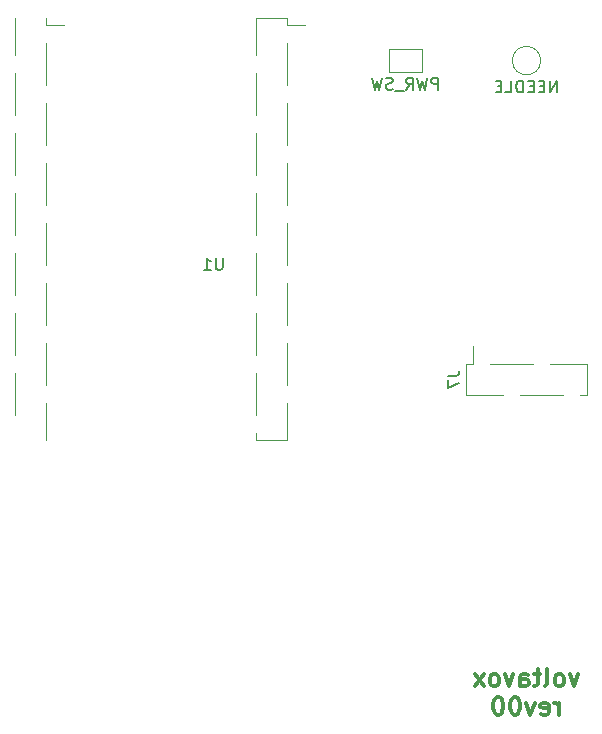
<source format=gbr>
%TF.GenerationSoftware,KiCad,Pcbnew,(6.0.1-0)*%
%TF.CreationDate,2022-09-11T14:38:18-04:00*%
%TF.ProjectId,platter,706c6174-7465-4722-9e6b-696361645f70,rev?*%
%TF.SameCoordinates,Original*%
%TF.FileFunction,Legend,Bot*%
%TF.FilePolarity,Positive*%
%FSLAX46Y46*%
G04 Gerber Fmt 4.6, Leading zero omitted, Abs format (unit mm)*
G04 Created by KiCad (PCBNEW (6.0.1-0)) date 2022-09-11 14:38:18*
%MOMM*%
%LPD*%
G01*
G04 APERTURE LIST*
%ADD10C,0.300000*%
%ADD11C,0.150000*%
%ADD12C,0.120000*%
G04 APERTURE END LIST*
D10*
X67392857Y-73971071D02*
X67035714Y-74971071D01*
X66678571Y-73971071D01*
X65892857Y-74971071D02*
X66035714Y-74899642D01*
X66107142Y-74828214D01*
X66178571Y-74685357D01*
X66178571Y-74256785D01*
X66107142Y-74113928D01*
X66035714Y-74042500D01*
X65892857Y-73971071D01*
X65678571Y-73971071D01*
X65535714Y-74042500D01*
X65464285Y-74113928D01*
X65392857Y-74256785D01*
X65392857Y-74685357D01*
X65464285Y-74828214D01*
X65535714Y-74899642D01*
X65678571Y-74971071D01*
X65892857Y-74971071D01*
X64535714Y-74971071D02*
X64678571Y-74899642D01*
X64750000Y-74756785D01*
X64750000Y-73471071D01*
X64178571Y-73971071D02*
X63607142Y-73971071D01*
X63964285Y-73471071D02*
X63964285Y-74756785D01*
X63892857Y-74899642D01*
X63750000Y-74971071D01*
X63607142Y-74971071D01*
X62464285Y-74971071D02*
X62464285Y-74185357D01*
X62535714Y-74042500D01*
X62678571Y-73971071D01*
X62964285Y-73971071D01*
X63107142Y-74042500D01*
X62464285Y-74899642D02*
X62607142Y-74971071D01*
X62964285Y-74971071D01*
X63107142Y-74899642D01*
X63178571Y-74756785D01*
X63178571Y-74613928D01*
X63107142Y-74471071D01*
X62964285Y-74399642D01*
X62607142Y-74399642D01*
X62464285Y-74328214D01*
X61892857Y-73971071D02*
X61535714Y-74971071D01*
X61178571Y-73971071D01*
X60392857Y-74971071D02*
X60535714Y-74899642D01*
X60607142Y-74828214D01*
X60678571Y-74685357D01*
X60678571Y-74256785D01*
X60607142Y-74113928D01*
X60535714Y-74042500D01*
X60392857Y-73971071D01*
X60178571Y-73971071D01*
X60035714Y-74042500D01*
X59964285Y-74113928D01*
X59892857Y-74256785D01*
X59892857Y-74685357D01*
X59964285Y-74828214D01*
X60035714Y-74899642D01*
X60178571Y-74971071D01*
X60392857Y-74971071D01*
X59392857Y-74971071D02*
X58607142Y-73971071D01*
X59392857Y-73971071D02*
X58607142Y-74971071D01*
X65750000Y-77386071D02*
X65750000Y-76386071D01*
X65750000Y-76671785D02*
X65678571Y-76528928D01*
X65607142Y-76457500D01*
X65464285Y-76386071D01*
X65321428Y-76386071D01*
X64250000Y-77314642D02*
X64392857Y-77386071D01*
X64678571Y-77386071D01*
X64821428Y-77314642D01*
X64892857Y-77171785D01*
X64892857Y-76600357D01*
X64821428Y-76457500D01*
X64678571Y-76386071D01*
X64392857Y-76386071D01*
X64250000Y-76457500D01*
X64178571Y-76600357D01*
X64178571Y-76743214D01*
X64892857Y-76886071D01*
X63678571Y-76386071D02*
X63321428Y-77386071D01*
X62964285Y-76386071D01*
X62107142Y-75886071D02*
X61964285Y-75886071D01*
X61821428Y-75957500D01*
X61750000Y-76028928D01*
X61678571Y-76171785D01*
X61607142Y-76457500D01*
X61607142Y-76814642D01*
X61678571Y-77100357D01*
X61750000Y-77243214D01*
X61821428Y-77314642D01*
X61964285Y-77386071D01*
X62107142Y-77386071D01*
X62250000Y-77314642D01*
X62321428Y-77243214D01*
X62392857Y-77100357D01*
X62464285Y-76814642D01*
X62464285Y-76457500D01*
X62392857Y-76171785D01*
X62321428Y-76028928D01*
X62250000Y-75957500D01*
X62107142Y-75886071D01*
X60678571Y-75886071D02*
X60535714Y-75886071D01*
X60392857Y-75957500D01*
X60321428Y-76028928D01*
X60250000Y-76171785D01*
X60178571Y-76457500D01*
X60178571Y-76814642D01*
X60250000Y-77100357D01*
X60321428Y-77243214D01*
X60392857Y-77314642D01*
X60535714Y-77386071D01*
X60678571Y-77386071D01*
X60821428Y-77314642D01*
X60892857Y-77243214D01*
X60964285Y-77100357D01*
X61035714Y-76814642D01*
X61035714Y-76457500D01*
X60964285Y-76171785D01*
X60892857Y-76028928D01*
X60821428Y-75957500D01*
X60678571Y-75886071D01*
D11*
X65547619Y-24702380D02*
X65547619Y-23702380D01*
X64976190Y-24702380D01*
X64976190Y-23702380D01*
X64500000Y-24178571D02*
X64166666Y-24178571D01*
X64023809Y-24702380D02*
X64500000Y-24702380D01*
X64500000Y-23702380D01*
X64023809Y-23702380D01*
X63595238Y-24178571D02*
X63261904Y-24178571D01*
X63119047Y-24702380D02*
X63595238Y-24702380D01*
X63595238Y-23702380D01*
X63119047Y-23702380D01*
X62690476Y-24702380D02*
X62690476Y-23702380D01*
X62452380Y-23702380D01*
X62309523Y-23750000D01*
X62214285Y-23845238D01*
X62166666Y-23940476D01*
X62119047Y-24130952D01*
X62119047Y-24273809D01*
X62166666Y-24464285D01*
X62214285Y-24559523D01*
X62309523Y-24654761D01*
X62452380Y-24702380D01*
X62690476Y-24702380D01*
X61214285Y-24702380D02*
X61690476Y-24702380D01*
X61690476Y-23702380D01*
X60880952Y-24178571D02*
X60547619Y-24178571D01*
X60404761Y-24702380D02*
X60880952Y-24702380D01*
X60880952Y-23702380D01*
X60404761Y-23702380D01*
X55511904Y-24452380D02*
X55511904Y-23452380D01*
X55130952Y-23452380D01*
X55035714Y-23500000D01*
X54988095Y-23547619D01*
X54940476Y-23642857D01*
X54940476Y-23785714D01*
X54988095Y-23880952D01*
X55035714Y-23928571D01*
X55130952Y-23976190D01*
X55511904Y-23976190D01*
X54607142Y-23452380D02*
X54369047Y-24452380D01*
X54178571Y-23738095D01*
X53988095Y-24452380D01*
X53750000Y-23452380D01*
X52797619Y-24452380D02*
X53130952Y-23976190D01*
X53369047Y-24452380D02*
X53369047Y-23452380D01*
X52988095Y-23452380D01*
X52892857Y-23500000D01*
X52845238Y-23547619D01*
X52797619Y-23642857D01*
X52797619Y-23785714D01*
X52845238Y-23880952D01*
X52892857Y-23928571D01*
X52988095Y-23976190D01*
X53369047Y-23976190D01*
X52607142Y-24547619D02*
X51845238Y-24547619D01*
X51654761Y-24404761D02*
X51511904Y-24452380D01*
X51273809Y-24452380D01*
X51178571Y-24404761D01*
X51130952Y-24357142D01*
X51083333Y-24261904D01*
X51083333Y-24166666D01*
X51130952Y-24071428D01*
X51178571Y-24023809D01*
X51273809Y-23976190D01*
X51464285Y-23928571D01*
X51559523Y-23880952D01*
X51607142Y-23833333D01*
X51654761Y-23738095D01*
X51654761Y-23642857D01*
X51607142Y-23547619D01*
X51559523Y-23500000D01*
X51464285Y-23452380D01*
X51226190Y-23452380D01*
X51083333Y-23500000D01*
X50750000Y-23452380D02*
X50511904Y-24452380D01*
X50321428Y-23738095D01*
X50130952Y-24452380D01*
X49892857Y-23452380D01*
%TO.C,U1*%
X37261904Y-38702380D02*
X37261904Y-39511904D01*
X37214285Y-39607142D01*
X37166666Y-39654761D01*
X37071428Y-39702380D01*
X36880952Y-39702380D01*
X36785714Y-39654761D01*
X36738095Y-39607142D01*
X36690476Y-39511904D01*
X36690476Y-38702380D01*
X35690476Y-39702380D02*
X36261904Y-39702380D01*
X35976190Y-39702380D02*
X35976190Y-38702380D01*
X36071428Y-38845238D01*
X36166666Y-38940476D01*
X36261904Y-38988095D01*
%TO.C,J7*%
X56312380Y-48666666D02*
X57026666Y-48666666D01*
X57169523Y-48619047D01*
X57264761Y-48523809D01*
X57312380Y-48380952D01*
X57312380Y-48285714D01*
X56312380Y-49047619D02*
X56312380Y-49714285D01*
X57312380Y-49285714D01*
D12*
%TO.C,SW1*%
X51350000Y-23000000D02*
X54150000Y-23000000D01*
X54150000Y-23000000D02*
X54150000Y-21000000D01*
X54150000Y-21000000D02*
X51350000Y-21000000D01*
X51350000Y-21000000D02*
X51350000Y-23000000D01*
%TO.C,U1*%
X40077500Y-48440000D02*
X40077500Y-52000000D01*
X42737500Y-20500000D02*
X42737500Y-24060000D01*
X40077500Y-23040000D02*
X40077500Y-26600000D01*
X22357500Y-25580000D02*
X22357500Y-29140000D01*
X42737500Y-18410000D02*
X40077500Y-18410000D01*
X42737500Y-54090000D02*
X40077500Y-54090000D01*
X19697500Y-33200000D02*
X19697500Y-36760000D01*
X19697500Y-38280000D02*
X19697500Y-41840000D01*
X22357500Y-20500000D02*
X22357500Y-24060000D01*
X22357500Y-40820000D02*
X22357500Y-44380000D01*
X42737500Y-18980000D02*
X44257500Y-18980000D01*
X42737500Y-18410000D02*
X42737500Y-18980000D01*
X19697500Y-18410000D02*
X19697500Y-21520000D01*
X22357500Y-30660000D02*
X22357500Y-34220000D01*
X40077500Y-43360000D02*
X40077500Y-46920000D01*
X40077500Y-38280000D02*
X40077500Y-41840000D01*
X22357500Y-50980000D02*
X22357500Y-54090000D01*
X42737500Y-50980000D02*
X42737500Y-54090000D01*
X19697500Y-23040000D02*
X19697500Y-26600000D01*
X40077500Y-33200000D02*
X40077500Y-36760000D01*
X42737500Y-35740000D02*
X42737500Y-39300000D01*
X40077500Y-18410000D02*
X40077500Y-21520000D01*
X42737500Y-45900000D02*
X42737500Y-49460000D01*
X42737500Y-25580000D02*
X42737500Y-29140000D01*
X42737500Y-40820000D02*
X42737500Y-44380000D01*
X22357500Y-35740000D02*
X22357500Y-39300000D01*
X22357500Y-45900000D02*
X22357500Y-49460000D01*
X42737500Y-30660000D02*
X42737500Y-34220000D01*
X22357500Y-18980000D02*
X23877500Y-18980000D01*
X40077500Y-28120000D02*
X40077500Y-31680000D01*
X22357500Y-18410000D02*
X22357500Y-18980000D01*
X19697500Y-28120000D02*
X19697500Y-31680000D01*
X19697500Y-43360000D02*
X19697500Y-46920000D01*
X40077500Y-53520000D02*
X40077500Y-54090000D01*
X19697500Y-48440000D02*
X19697500Y-52000000D01*
%TO.C,J7*%
X62490000Y-50330000D02*
X66050000Y-50330000D01*
X67570000Y-50330000D02*
X68140000Y-50330000D01*
X57860000Y-50330000D02*
X60970000Y-50330000D01*
X57860000Y-47670000D02*
X58430000Y-47670000D01*
X57860000Y-47670000D02*
X57860000Y-50330000D01*
X68140000Y-47670000D02*
X68140000Y-50330000D01*
X58430000Y-47670000D02*
X58430000Y-46150000D01*
X59950000Y-47670000D02*
X63510000Y-47670000D01*
X65030000Y-47670000D02*
X68140000Y-47670000D01*
%TO.C,J1*%
X64200000Y-22000000D02*
G75*
G03*
X64200000Y-22000000I-1200000J0D01*
G01*
%TD*%
M02*

</source>
